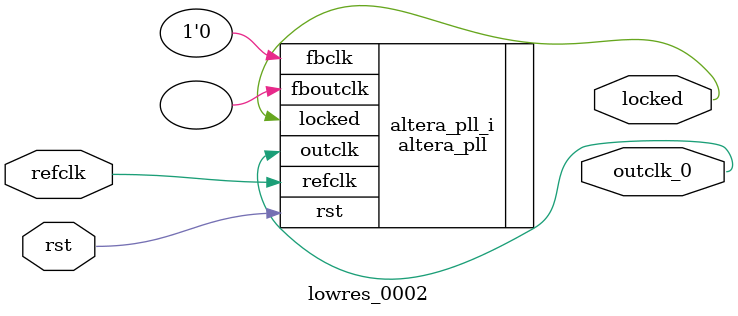
<source format=v>
`timescale 1ns/10ps
module  lowres_0002(

	// interface 'refclk'
	input wire refclk,

	// interface 'reset'
	input wire rst,

	// interface 'outclk0'
	output wire outclk_0,

	// interface 'locked'
	output wire locked
);

	altera_pll #(
		.fractional_vco_multiplier("false"),
		.reference_clock_frequency("50.0 MHz"),
		.operation_mode("direct"),
		.number_of_clocks(1),
		.output_clock_frequency0("25.175644 MHz"),
		.phase_shift0("0 ps"),
		.duty_cycle0(50),
		.output_clock_frequency1("0 MHz"),
		.phase_shift1("0 ps"),
		.duty_cycle1(50),
		.output_clock_frequency2("0 MHz"),
		.phase_shift2("0 ps"),
		.duty_cycle2(50),
		.output_clock_frequency3("0 MHz"),
		.phase_shift3("0 ps"),
		.duty_cycle3(50),
		.output_clock_frequency4("0 MHz"),
		.phase_shift4("0 ps"),
		.duty_cycle4(50),
		.output_clock_frequency5("0 MHz"),
		.phase_shift5("0 ps"),
		.duty_cycle5(50),
		.output_clock_frequency6("0 MHz"),
		.phase_shift6("0 ps"),
		.duty_cycle6(50),
		.output_clock_frequency7("0 MHz"),
		.phase_shift7("0 ps"),
		.duty_cycle7(50),
		.output_clock_frequency8("0 MHz"),
		.phase_shift8("0 ps"),
		.duty_cycle8(50),
		.output_clock_frequency9("0 MHz"),
		.phase_shift9("0 ps"),
		.duty_cycle9(50),
		.output_clock_frequency10("0 MHz"),
		.phase_shift10("0 ps"),
		.duty_cycle10(50),
		.output_clock_frequency11("0 MHz"),
		.phase_shift11("0 ps"),
		.duty_cycle11(50),
		.output_clock_frequency12("0 MHz"),
		.phase_shift12("0 ps"),
		.duty_cycle12(50),
		.output_clock_frequency13("0 MHz"),
		.phase_shift13("0 ps"),
		.duty_cycle13(50),
		.output_clock_frequency14("0 MHz"),
		.phase_shift14("0 ps"),
		.duty_cycle14(50),
		.output_clock_frequency15("0 MHz"),
		.phase_shift15("0 ps"),
		.duty_cycle15(50),
		.output_clock_frequency16("0 MHz"),
		.phase_shift16("0 ps"),
		.duty_cycle16(50),
		.output_clock_frequency17("0 MHz"),
		.phase_shift17("0 ps"),
		.duty_cycle17(50),
		.pll_type("General"),
		.pll_subtype("General")
	) altera_pll_i (
		.rst	(rst),
		.outclk	({outclk_0}),
		.locked	(locked),
		.fboutclk	( ),
		.fbclk	(1'b0),
		.refclk	(refclk)
	);
endmodule


</source>
